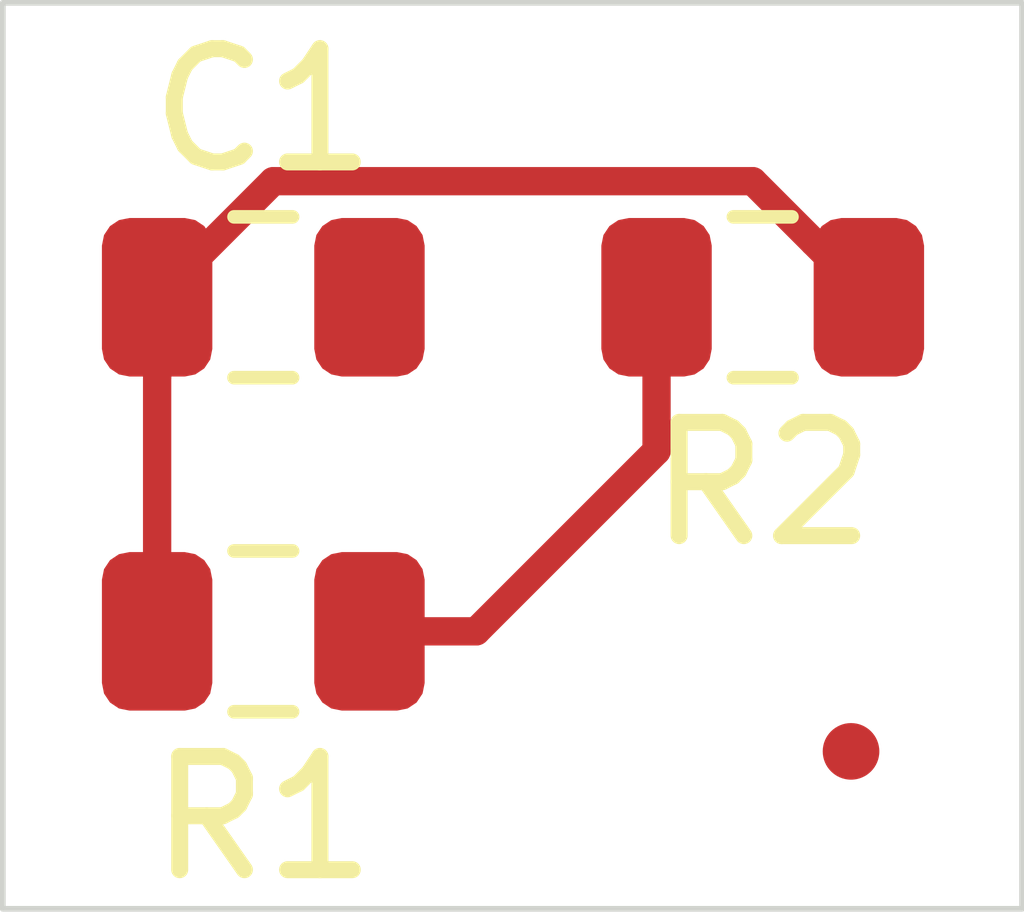
<source format=kicad_pcb>
(kicad_pcb (version 20211014) (generator pcbnew)
  (layers (0 "F.Cu" signal) (31 "B.Cu" signal) (34 "B.Paste" user) (35 "F.Paste" user) (36 "B.SilkS" user "B.Silkscreen") (37 "F.SilkS" user "F.Silkscreen") (38 "B.Mask" user) (39 "F.Mask" user) (44 "Edge.Cuts" user))
  (net 0 "")
  (net 1 "GND")
  (net 2 "Net-(C1-Pad1)")
  (net 3 "VCC")
  (footprint "Capacitor_SMD:C_0805_2012Metric" (layer "F.Cu") (at 146.3 78.6)
    (fp_text reference "C1" (at 0 -1.65) (layer "F.SilkS"))
    (fp_text value "1uF")
    (fp_line (start -0.258578 -0.71) (end 0.258578 -0.71) (layer "F.SilkS") (width 0.12))
    (fp_line (start -0.258578 0.71) (end 0.258578 0.71) (layer "F.SilkS") (width 0.12))
    (pad "1" smd roundrect locked (at -0.9375 0) (size 0.975 1.4) (layers "F.Cu" "F.Paste" "F.Mask") (net 2 "Net-(C1-Pad1)"))
    (pad "2" smd roundrect locked (at 0.9375 0) (size 0.975 1.4) (layers "F.Cu" "F.Paste" "F.Mask") (net 1 "GND"))
  )
  (footprint "Resistor_SMD:R_0805_2012Metric" (layer "F.Cu") (at 146.3 81.55 180)
    (fp_text reference "R1" (at 0 -1.65) (layer "F.SilkS"))
    (fp_text value "100")
    (fp_line (start -0.258578 -0.71) (end 0.258578 -0.71) (layer "F.SilkS") (width 0.12))
    (fp_line (start -0.258578 0.71) (end 0.258578 0.71) (layer "F.SilkS") (width 0.12))
    (pad "1" smd roundrect locked (at -0.9375 0 180) (size 0.975 1.4) (layers "F.Cu" "F.Paste" "F.Mask") (net 3 "VCC"))
    (pad "2" smd roundrect locked (at 0.9375 0 180) (size 0.975 1.4) (layers "F.Cu" "F.Paste" "F.Mask") (net 2 "Net-(C1-Pad1)"))
  )
  (footprint "Resistor_SMD:R_0805_2012Metric" (layer "F.Cu") (at 150.71 78.6 180)
    (fp_text reference "R2" (at 0 -1.65) (layer "F.SilkS"))
    (fp_text value "200")
    (fp_line (start -0.258578 -0.71) (end 0.258578 -0.71) (layer "F.SilkS") (width 0.12))
    (fp_line (start -0.258578 0.71) (end 0.258578 0.71) (layer "F.SilkS") (width 0.12))
    (pad "1" smd roundrect locked (at -0.9375 0 180) (size 0.975 1.4) (layers "F.Cu" "F.Paste" "F.Mask") (net 2 "Net-(C1-Pad1)"))
    (pad "2" smd roundrect locked (at 0.9375 0 180) (size 0.975 1.4) (layers "F.Cu" "F.Paste" "F.Mask") (net 3 "VCC"))
  )
  (footprint "Fiducial:Fiducial_0.5mm_Mask1.5mm" (layer "F.Cu") (at 151.49 82.61)
    (fp_text reference "F1")
    (fp_text value "Fiducial_0.5mm_Mask1.5mm" hide)
    (pad "" smd circle (at 0 0) (size 0.5 0.5) (layers "F.Cu" "F.Mask") (clearance 0.5))
  )
  (gr_line (start 153 84) (end 153 76) (layer "Edge.Cuts") (width 0.05))
  (gr_line (start 144 76) (end 144 84) (layer "Edge.Cuts") (width 0.05))
  (gr_line (start 153 76) (end 144 76) (layer "Edge.Cuts") (width 0.05))
  (gr_line (start 144 84) (end 153 84) (layer "Edge.Cuts") (width 0.05))
  (segment (start 150.62249 77.57499) (end 151.161973 78.114473) (width 0.25) (layer "F.Cu") (net 2))
  (segment (start 145.3625 78.6) (end 145.3625 79.3) (width 0.25) (layer "F.Cu") (net 2))
  (segment (start 151.161973 78.114473) (end 151.6475 78.6) (width 0.25) (layer "F.Cu") (net 2))
  (segment (start 145.3625 78.6) (end 146.38751 77.57499) (width 0.25) (layer "F.Cu") (net 2))
  (segment (start 145.3625 79.3) (end 145.3625 81.55) (width 0.25) (layer "F.Cu") (net 2))
  (segment (start 146.38751 77.57499) (end 150.62249 77.57499) (width 0.25) (layer "F.Cu") (net 2))
  (segment (start 148.18 81.55) (end 149.7725 79.9575) (width 0.25) (layer "F.Cu") (net 3))
  (segment (start 149.7725 79.9575) (end 149.7725 78.6) (width 0.25) (layer "F.Cu") (net 3))
  (segment (start 147.2375 81.55) (end 148.18 81.55) (width 0.25) (layer "F.Cu") (net 3))
)
</source>
